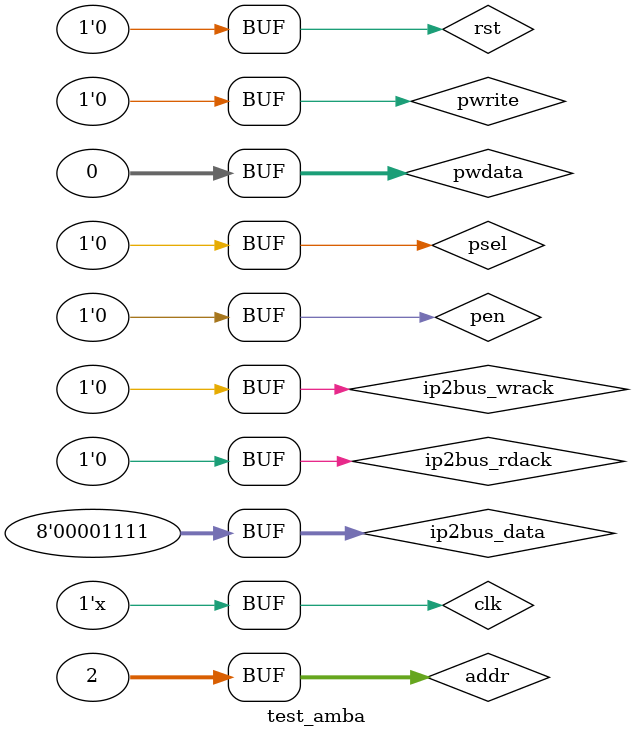
<source format=v>
`timescale 1ns / 1ps


module test_amba;

	// Inputs
	reg clk;
	reg rst;
	reg [31:0] addr;
	reg pwrite;
	reg psel;
	reg pen;
	reg [31:0] pwdata;
	reg [7:0] ip2bus_data;
	reg ip2bus_rdack;
	reg ip2bus_wrack;

	// Outputs
	wire pready;
	wire bus2ip_clk;
	wire [1:0] bus2ip_addr;
	wire [8:0] bus2ip_data;
	wire [31:0] prdata;
	wire bus2ip_wr;
	wire bus2ip_rd;

	// Instantiate the Unit Under Test (UUT)
	amba uut (
		.clk(clk), 
		.rst(rst), 
		.addr(addr), 
		.pwrite(pwrite), 
		.psel(psel), 
		.pen(pen), 
		.pwdata(pwdata), 
		.prdata(prdata), 
		.pready(pready), 
		.bus2ip_clk(bus2ip_clk), 
		.bus2ip_addr(bus2ip_addr), 
		.bus2ip_data(bus2ip_data), 
		.bus2ip_wr(bus2ip_wr), 
		.bus2ip_rd(bus2ip_rd), 
		.ip2bus_data(ip2bus_data), 
		.ip2bus_rdack(ip2bus_rdack), 
		.ip2bus_wrack(ip2bus_wrack)
	);

	initial begin
		// Initialize Inputs
		clk = 0;
		rst = 1;
		addr = 0;
		pwrite = 0;
		psel = 0;
		pen = 0;
		pwdata = 0;
		ip2bus_data = 0;
		ip2bus_rdack = 0;
		ip2bus_wrack = 0;

		// Wait 100 ns for global reset to finish
		#100;
		#5;
		rst = 0;
		
		#10;
		addr = 32'h 0000_0000;
		pwrite = 1;
		psel = 1;
		pwdata = 32'h0000_1111;
		#10;
		pen = 1;
		ip2bus_wrack = 1;
		#10;
		psel = 0;
		pen = 0;
		ip2bus_wrack = 0;
		#10;
		
		#30;
		addr = 32'h 0000_0001;
		pwrite = 1;
		psel = 1;
		pwdata = 32'h0000_FFFF;
		#10;
		pen = 1;
		#20;
		ip2bus_wrack = 1;
		#10;
		psel = 0;
		pen = 0;
		ip2bus_wrack = 0;
		#10;
		
		#30;
		addr = 32'h 0000_0002;
		pwrite = 0;
		psel = 1;
		pwdata = 32'h0000_0000;
		#10;
		pen = 1;
		ip2bus_rdack = 1;
		ip2bus_data = 8'h0F;
		#10;
		psel = 0;
		pen = 0;
		ip2bus_rdack = 0;
		#10;
        

	end
	
	always #5 clk = ~clk;
	
      
endmodule


</source>
